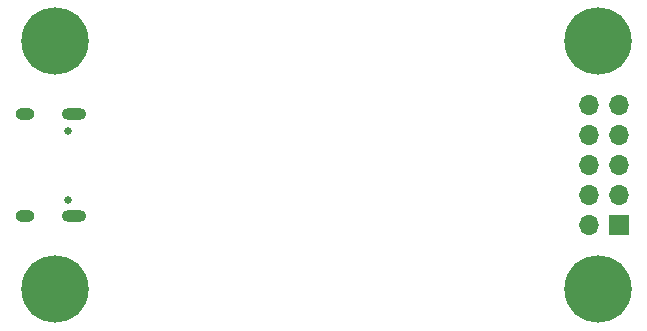
<source format=gbr>
%TF.GenerationSoftware,KiCad,Pcbnew,7.0.10*%
%TF.CreationDate,2024-01-22T13:51:10-08:00*%
%TF.ProjectId,esp32-prog,65737033-322d-4707-926f-672e6b696361,rev2*%
%TF.SameCoordinates,PX47868c0PY36d6160*%
%TF.FileFunction,Soldermask,Bot*%
%TF.FilePolarity,Negative*%
%FSLAX46Y46*%
G04 Gerber Fmt 4.6, Leading zero omitted, Abs format (unit mm)*
G04 Created by KiCad (PCBNEW 7.0.10) date 2024-01-22 13:51:10*
%MOMM*%
%LPD*%
G01*
G04 APERTURE LIST*
%ADD10C,0.650000*%
%ADD11O,2.100000X1.000000*%
%ADD12O,1.600000X1.000000*%
%ADD13C,5.700000*%
%ADD14R,1.700000X1.700000*%
%ADD15O,1.700000X1.700000*%
G04 APERTURE END LIST*
D10*
%TO.C,J1*%
X5600000Y-12110000D03*
X5600000Y-17890000D03*
D11*
X6130000Y-10680000D03*
D12*
X1950000Y-10680000D03*
D11*
X6130000Y-19320000D03*
D12*
X1950000Y-19320000D03*
%TD*%
D13*
%TO.C,H4*%
X4500000Y-25500000D03*
%TD*%
%TO.C,H2*%
X50500000Y-4500000D03*
%TD*%
%TO.C,H3*%
X50500000Y-25500000D03*
%TD*%
D14*
%TO.C,J2*%
X52275000Y-20075000D03*
D15*
X49735000Y-20075000D03*
X52275000Y-17535000D03*
X49735000Y-17535000D03*
X52275000Y-14995000D03*
X49735000Y-14995000D03*
X52275000Y-12455000D03*
X49735000Y-12455000D03*
X52275000Y-9915000D03*
X49735000Y-9915000D03*
%TD*%
D13*
%TO.C,H1*%
X4500000Y-4500000D03*
%TD*%
M02*

</source>
